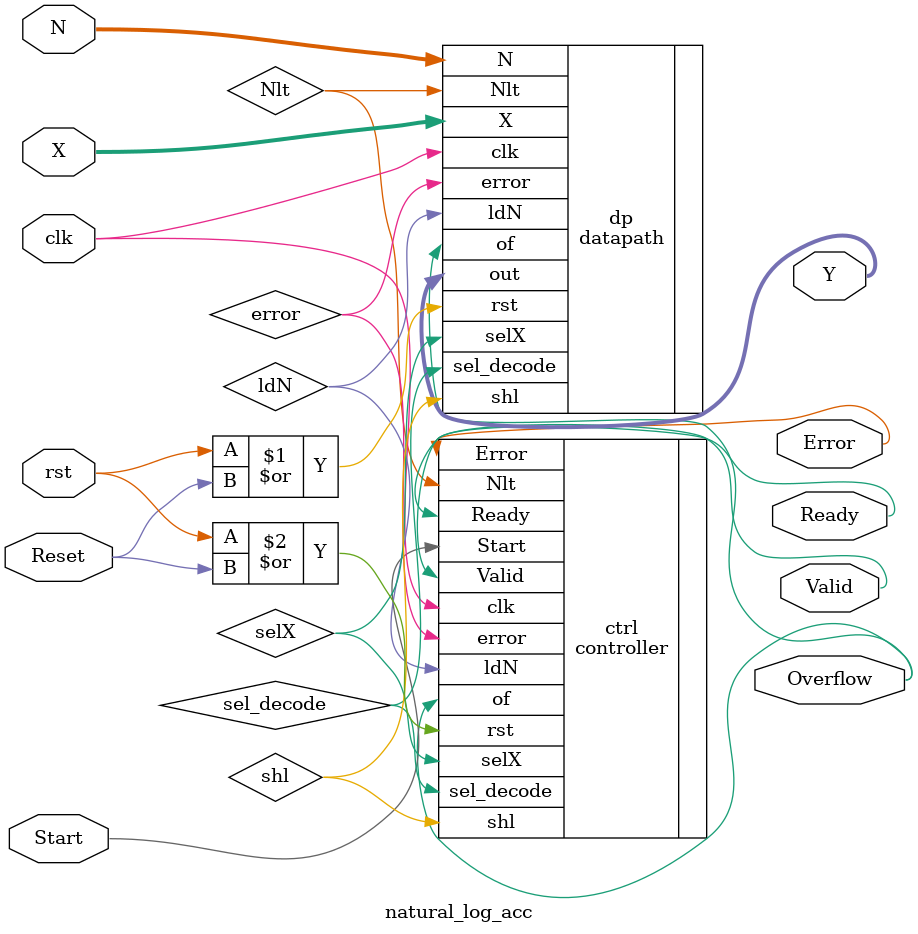
<source format=v>
module natural_log_acc #(parameter BITS_X=8,BITS_N=3) (Start,X,N,clk,rst,Reset, Valid,Ready,Error,Overflow,Y);
    input Start,clk,rst,Reset;
    input signed [BITS_X-1:0] X;
    input [BITS_N-1:0] N;
    output Valid,Ready,Error,Overflow;
    output signed [4*BITS_X-1:0] Y;
    wire selX,ldN,shl,sel_decode,Nlt,error;
    datapath #(.BITS_X(BITS_X),.BITS_N(BITS_N))dp(.N(N),.X(X),.selX(selX),.sel_decode(sel_decode),.ldN(ldN),.shl(shl),.clk(clk),.rst(rst|Reset), 
    .Nlt(Nlt),.out(Y),.of(Overflow),.error(error));
    controller ctrl(.Start(Start),.Nlt(Nlt),.of(Overflow),.error(error),.clk(clk),.rst(rst|Reset), .Valid(Valid),.Ready(Ready),.selX(selX),.sel_decode(sel_decode),.ldN(ldN),.shl(shl),.Error(Error));
endmodule
</source>
